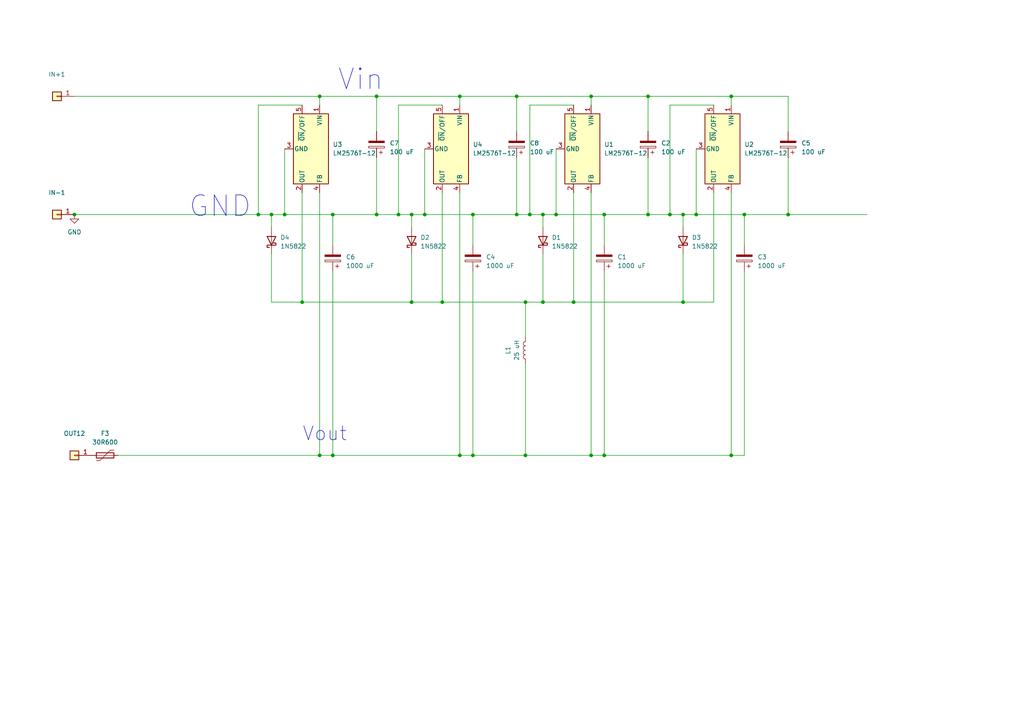
<source format=kicad_sch>
(kicad_sch (version 20230121) (generator eeschema)
  (paper "A4")
  (lib_symbols
    (symbol "Connector_Generic:Conn_01x01" (pin_names (offset 1.016) hide)
      (property "Reference" "J" (at 0 2.54 0))
      (property "Value" "Conn_01x01" (at 0 -2.54 0))
      (symbol "Conn_01x01_1_1"
        (rectangle (start -1.27 0.127) (end 0 -0.127) (stroke (width 0.1524)))
        (rectangle (start -1.27 1.27) (end 1.27 -1.27) (stroke (width 0.254)) (fill (type background)))
        (pin passive line (at -5.08 0 0) (length 3.81) (name "Pin_1") (number "1"))
      )
    )
    (symbol "Device:C_Polarized" (pin_numbers hide) (pin_names (offset 0.254))
      (property "Reference" "C" (at 0.635 2.54 0))
      (property "Value" "C_Polarized" (at 0.635 -2.54 0))
      (symbol "C_Polarized_0_1"
        (rectangle (start -2.286 0.508) (end 2.286 1.016))
        (polyline (pts (xy -1.778 2.286) (xy -0.762 2.286)))
        (polyline (pts (xy -1.27 2.794) (xy -1.27 1.778)))
        (rectangle (start 2.286 -0.508) (end -2.286 -1.016) (fill (type outline)))
      )
      (symbol "C_Polarized_1_1"
        (pin passive line (at 0 3.81 270) (length 2.794) (name "~") (number "1"))
        (pin passive line (at 0 -3.81 90) (length 2.794) (name "~") (number "2"))
      )
    )
    (symbol "Device:L" (pin_numbers hide) (pin_names (offset 1.016) hide)
      (property "Reference" "L" (at -1.27 0 90))
      (property "Value" "L" (at 1.905 0 90))
      (symbol "L_0_1"
        (arc (start 0 -2.54) (mid 0.6323 -1.905) (end 0 -1.27))
        (arc (start 0 -1.27) (mid 0.6323 -0.635) (end 0 0))
        (arc (start 0 0) (mid 0.6323 0.635) (end 0 1.27))
        (arc (start 0 1.27) (mid 0.6323 1.905) (end 0 2.54))
      )
      (symbol "L_1_1"
        (pin passive line (at 0 3.81 270) (length 1.27) (name "1") (number "1"))
        (pin passive line (at 0 -3.81 90) (length 1.27) (name "2") (number "2"))
      )
    )
    (symbol "Device:Polyfuse" (pin_numbers hide) (pin_names (offset 0))
      (property "Reference" "F" (at -2.54 0 90))
      (property "Value" "Polyfuse" (at 2.54 0 90))
      (symbol "Polyfuse_0_1"
        (rectangle (start -0.762 2.54) (end 0.762 -2.54) (stroke (width 0.254)))
        (polyline (pts (xy 0 2.54) (xy 0 -2.54)))
        (polyline (pts (xy -1.524 2.54) (xy -1.524 1.524) (xy 1.524 -1.524) (xy 1.524 -2.54)))
      )
      (symbol "Polyfuse_1_1"
        (pin passive line (at 0 3.81 270) (length 1.27) (name "~") (number "1"))
        (pin passive line (at 0 -3.81 90) (length 1.27) (name "~") (number "2"))
      )
    )
    (symbol "Diode:1N5822" (pin_numbers hide) (pin_names (offset 1.016) hide)
      (property "Reference" "D" (at 0 2.54 0))
      (property "Value" "1N5822" (at 0 -2.54 0))
      (symbol "1N5822_0_1"
        (polyline (pts (xy 1.27 0) (xy -1.27 0)))
        (polyline (pts (xy 1.27 1.27) (xy 1.27 -1.27) (xy -1.27 0) (xy 1.27 1.27)) (stroke (width 0.254)))
        (polyline (pts (xy -1.905 0.635) (xy -1.905 1.27) (xy -1.27 1.27) (xy -1.27 -1.27) (xy -0.635 -1.27) (xy -0.635 -0.635)) (stroke (width 0.254)))
      )
      (symbol "1N5822_1_1"
        (pin passive line (at -3.81 0 0) (length 2.54) (name "K") (number "1"))
        (pin passive line (at 3.81 0 180) (length 2.54) (name "A") (number "2"))
      )
    )
    (symbol "Regulator_Switching:LM2576T-5" (pin_names (offset 0.254))
      (property "Reference" "U" (at -10.16 6.35 0))
      (property "Value" "LM2576T-5" (at 0 6.35 0))
      (symbol "LM2576T-5_0_1"
        (rectangle (start -10.16 5.08) (end 10.16 -5.08) (stroke (width 0.254)) (fill (type background)))
      )
      (symbol "LM2576T-5_1_1"
        (pin power_in line (at -12.7 2.54 0) (length 2.54) (name "VIN") (number "1"))
        (pin output line (at 12.7 -2.54 180) (length 2.54) (name "OUT") (number "2"))
        (pin power_in line (at 0 -7.62 90) (length 2.54) (name "GND") (number "3"))
        (pin input line (at 12.7 2.54 180) (length 2.54) (name "FB") (number "4"))
        (pin input line (at -12.7 -2.54 0) (length 2.54) (name "~{ON}/OFF") (number "5"))
      )
    )
    (symbol "power:GND" (power) (pin_names (offset 0))
      (property "Value" "GND" (at 0 -3.81 0))
      (symbol "GND_0_1"
        (polyline (pts (xy 0 0) (xy 0 -1.27) (xy 1.27 -1.27) (xy 0 -2.54) (xy -1.27 -1.27) (xy 0 -1.27)))
      )
      (symbol "GND_1_1"
        (pin power_in line (at 0 0 270) (length 0) hide (name "GND") (number "1"))
      )
    )
  )
  (junction (at 128.27 87.63))
  (junction (at 152.4 132.08))
  (junction (at 201.93 62.23))
  (junction (at 109.22 62.23))
  (junction (at 92.71 27.94))
  (junction (at 92.71 132.08))
  (junction (at 161.29 62.23))
  (junction (at 115.57 62.23))
  (junction (at 198.12 62.23))
  (junction (at 198.12 87.63))
  (junction (at 157.48 62.23))
  (junction (at 74.93 62.23))
  (junction (at 215.9 62.23))
  (junction (at 157.48 87.63))
  (junction (at 166.37 87.63))
  (junction (at 109.22 27.94))
  (junction (at 137.16 132.08))
  (junction (at 187.96 62.23))
  (junction (at 228.6 62.23))
  (junction (at 119.38 62.23))
  (junction (at 133.35 27.94))
  (junction (at 82.55 62.23))
  (junction (at 137.16 62.23))
  (junction (at 171.45 132.08))
  (junction (at 87.63 87.63))
  (junction (at 212.09 27.94))
  (junction (at 119.38 87.63))
  (junction (at 171.45 27.94))
  (junction (at 123.19 62.23))
  (junction (at 96.52 132.08))
  (junction (at 194.31 62.23))
  (junction (at 152.4 87.63))
  (junction (at 149.86 27.94))
  (junction (at 175.26 62.23))
  (junction (at 21.59 62.23))
  (junction (at 78.74 62.23))
  (junction (at 212.09 132.08))
  (junction (at 96.52 62.23))
  (junction (at 133.35 132.08))
  (junction (at 153.67 62.23))
  (junction (at 149.86 62.23))
  (junction (at 175.26 132.08))
  (junction (at 187.96 27.94))
  (wire (pts (xy 119.38 62.23) (xy 119.38 66.04)))
  (wire (pts (xy 82.55 62.23) (xy 96.52 62.23)))
  (wire (pts (xy 137.16 62.23) (xy 137.16 71.12)))
  (wire (pts (xy 34.29 132.08) (xy 92.71 132.08)))
  (wire (pts (xy 228.6 45.72) (xy 228.6 62.23)))
  (wire (pts (xy 198.12 62.23) (xy 201.93 62.23)))
  (wire (pts (xy 175.26 62.23) (xy 175.26 71.12)))
  (wire (pts (xy 78.74 62.23) (xy 78.74 66.04)))
  (wire (pts (xy 149.86 27.94) (xy 149.86 38.1)))
  (wire (pts (xy 212.09 27.94) (xy 228.6 27.94)))
  (wire (pts (xy 187.96 27.94) (xy 212.09 27.94)))
  (wire (pts (xy 153.67 30.48) (xy 166.37 30.48)))
  (wire (pts (xy 109.22 27.94) (xy 109.22 38.1)))
  (wire (pts (xy 128.27 55.88) (xy 128.27 87.63)))
  (wire (pts (xy 207.01 55.88) (xy 207.01 87.63)))
  (wire (pts (xy 78.74 62.23) (xy 82.55 62.23)))
  (wire (pts (xy 96.52 62.23) (xy 96.52 71.12)))
  (wire (pts (xy 74.93 62.23) (xy 78.74 62.23)))
  (wire (pts (xy 133.35 55.88) (xy 133.35 132.08)))
  (wire (pts (xy 171.45 27.94) (xy 171.45 30.48)))
  (wire (pts (xy 123.19 62.23) (xy 137.16 62.23)))
  (wire (pts (xy 228.6 62.23) (xy 251.46 62.23)))
  (wire (pts (xy 96.52 78.74) (xy 96.52 132.08)))
  (wire (pts (xy 171.45 27.94) (xy 187.96 27.94)))
  (wire (pts (xy 212.09 27.94) (xy 212.09 30.48)))
  (wire (pts (xy 119.38 73.66) (xy 119.38 87.63)))
  (wire (pts (xy 133.35 27.94) (xy 149.86 27.94)))
  (wire (pts (xy 128.27 87.63) (xy 152.4 87.63)))
  (wire (pts (xy 171.45 55.88) (xy 171.45 132.08)))
  (wire (pts (xy 92.71 55.88) (xy 92.71 132.08)))
  (wire (pts (xy 109.22 62.23) (xy 115.57 62.23)))
  (wire (pts (xy 198.12 62.23) (xy 198.12 66.04)))
  (wire (pts (xy 166.37 55.88) (xy 166.37 87.63)))
  (wire (pts (xy 92.71 27.94) (xy 92.71 30.48)))
  (wire (pts (xy 87.63 87.63) (xy 119.38 87.63)))
  (wire (pts (xy 157.48 62.23) (xy 157.48 66.04)))
  (wire (pts (xy 212.09 132.08) (xy 215.9 132.08)))
  (wire (pts (xy 119.38 62.23) (xy 123.19 62.23)))
  (wire (pts (xy 149.86 62.23) (xy 153.67 62.23)))
  (wire (pts (xy 92.71 27.94) (xy 109.22 27.94)))
  (wire (pts (xy 115.57 62.23) (xy 119.38 62.23)))
  (wire (pts (xy 198.12 73.66) (xy 198.12 87.63)))
  (wire (pts (xy 198.12 87.63) (xy 207.01 87.63)))
  (wire (pts (xy 149.86 45.72) (xy 149.86 62.23)))
  (wire (pts (xy 149.86 27.94) (xy 171.45 27.94)))
  (wire (pts (xy 157.48 87.63) (xy 166.37 87.63)))
  (wire (pts (xy 187.96 27.94) (xy 187.96 38.1)))
  (wire (pts (xy 96.52 62.23) (xy 109.22 62.23)))
  (wire (pts (xy 152.4 105.41) (xy 152.4 132.08)))
  (wire (pts (xy 228.6 27.94) (xy 228.6 38.1)))
  (wire (pts (xy 74.93 30.48) (xy 87.63 30.48)))
  (wire (pts (xy 109.22 45.72) (xy 109.22 62.23)))
  (wire (pts (xy 161.29 62.23) (xy 175.26 62.23)))
  (wire (pts (xy 201.93 62.23) (xy 215.9 62.23)))
  (wire (pts (xy 175.26 132.08) (xy 212.09 132.08)))
  (wire (pts (xy 187.96 45.72) (xy 187.96 62.23)))
  (wire (pts (xy 78.74 73.66) (xy 78.74 87.63)))
  (wire (pts (xy 157.48 62.23) (xy 161.29 62.23)))
  (wire (pts (xy 166.37 87.63) (xy 198.12 87.63)))
  (wire (pts (xy 171.45 132.08) (xy 175.26 132.08)))
  (wire (pts (xy 115.57 30.48) (xy 128.27 30.48)))
  (wire (pts (xy 187.96 62.23) (xy 194.31 62.23)))
  (wire (pts (xy 78.74 87.63) (xy 87.63 87.63)))
  (wire (pts (xy 215.9 62.23) (xy 228.6 62.23)))
  (wire (pts (xy 115.57 30.48) (xy 115.57 62.23)))
  (wire (pts (xy 153.67 62.23) (xy 157.48 62.23)))
  (wire (pts (xy 161.29 43.18) (xy 161.29 62.23)))
  (wire (pts (xy 82.55 43.18) (xy 82.55 62.23)))
  (wire (pts (xy 215.9 62.23) (xy 215.9 71.12)))
  (wire (pts (xy 21.59 62.23) (xy 74.93 62.23)))
  (wire (pts (xy 212.09 55.88) (xy 212.09 132.08)))
  (wire (pts (xy 137.16 132.08) (xy 152.4 132.08)))
  (wire (pts (xy 92.71 132.08) (xy 96.52 132.08)))
  (wire (pts (xy 96.52 132.08) (xy 133.35 132.08)))
  (wire (pts (xy 137.16 78.74) (xy 137.16 132.08)))
  (wire (pts (xy 119.38 87.63) (xy 128.27 87.63)))
  (wire (pts (xy 194.31 62.23) (xy 198.12 62.23)))
  (wire (pts (xy 153.67 30.48) (xy 153.67 62.23)))
  (wire (pts (xy 175.26 62.23) (xy 187.96 62.23)))
  (wire (pts (xy 194.31 30.48) (xy 194.31 62.23)))
  (wire (pts (xy 133.35 27.94) (xy 133.35 30.48)))
  (wire (pts (xy 137.16 62.23) (xy 149.86 62.23)))
  (wire (pts (xy 152.4 132.08) (xy 171.45 132.08)))
  (wire (pts (xy 201.93 43.18) (xy 201.93 62.23)))
  (wire (pts (xy 87.63 55.88) (xy 87.63 87.63)))
  (wire (pts (xy 175.26 78.74) (xy 175.26 132.08)))
  (wire (pts (xy 123.19 43.18) (xy 123.19 62.23)))
  (wire (pts (xy 194.31 30.48) (xy 207.01 30.48)))
  (wire (pts (xy 152.4 87.63) (xy 157.48 87.63)))
  (wire (pts (xy 152.4 87.63) (xy 152.4 97.79)))
  (wire (pts (xy 215.9 78.74) (xy 215.9 132.08)))
  (wire (pts (xy 109.22 27.94) (xy 133.35 27.94)))
  (wire (pts (xy 74.93 30.48) (xy 74.93 62.23)))
  (wire (pts (xy 157.48 73.66) (xy 157.48 87.63)))
  (wire (pts (xy 21.59 27.94) (xy 92.71 27.94)))
  (wire (pts (xy 133.35 132.08) (xy 137.16 132.08)))
  (text "Vin" (at 97.79 26.67 0) (effects (font (size 6 6)) (justify left bottom)))
  (text "Vout" (at 87.63 128.27 0) (effects (font (size 4 4)) (justify left bottom)))
  (text "GND" (at 54.61 63.5 0) (effects (font (size 6 6)) (justify left bottom)))
  (symbol (lib_id "Device:C_Polarized") (at 175.26 74.93 180) (unit 1)
    (property "Reference" "C1" (at 179.07 74.549 0) (effects (justify right)))
    (property "Value" "1000 uF" (at 179.07 77.089 0) (effects (justify right)))
    (property "Footprint" "Capacitor_THT:CP_Radial_D10.0mm_P5.00mm" (effects hide))
    (property "Datasheet" "https://lomex.hu/pdf/(tea)_tc.pdf" (effects hide))
    (property "part" "KTC108M025S1G6H20K" (effects hide))
  )
  (symbol (lib_id "Connector_Generic:Conn_01x01") (at 21.59 132.08 180) (unit 1)
    (property "Reference" "OUT12" (at 21.59 125.73 0))
    (property "Value" "Conn_01x01" (effects hide))
    (property "Footprint" "TestPoint:TestPoint_THTPad_4.0x4.0mm_Drill2.0mm" (effects hide))
  )
  (symbol (lib_id "Regulator_Switching:LM2576T-5") (at 209.55 43.18 270) (unit 1)
    (property "Reference" "U2" (at 215.9 41.91 90) (effects (justify left)))
    (property "Value" "LM2576T-12" (at 215.9 44.45 90) (effects (justify left)))
    (property "Footprint" "Package_TO_SOT_THT:TO-220-5_Horizontal_TabUp" (effects hide))
    (property "Datasheet" "http://www.ti.com/lit/ds/symlink/lm2576.pdf" (effects hide))
  )
  (symbol (lib_id "Device:C_Polarized") (at 109.22 41.91 180) (unit 1)
    (property "Reference" "C7" (at 113.03 41.529 0) (effects (justify right)))
    (property "Value" "100 uF" (at 113.03 44.069 0) (effects (justify right)))
    (property "Footprint" "Capacitor_THT:CP_Radial_D10.0mm_P5.00mm" (effects hide))
    (property "Datasheet" "https://lomex.hu/pdf/(tea)_tc.pdf" (effects hide))
    (property "part" "KTC108M025S1G6H20K" (effects hide))
  )
  (symbol (lib_id "Connector_Generic:Conn_01x01") (at 16.51 62.23 180) (unit 1)
    (property "Reference" "IN-1" (at 16.51 55.88 0))
    (property "Value" "Conn_01x01" (effects hide))
    (property "Footprint" "TestPoint:TestPoint_THTPad_4.0x4.0mm_Drill2.0mm" (effects hide))
    (property "Sim.Device" "V" (effects hide))
    (property "Sim.Type" "DC" (effects hide))
    (property "Sim.Pins" "1=+" (effects hide))
    (property "Sim.Params" "dc=0" (effects hide))
  )
  (symbol (lib_id "Device:C_Polarized") (at 187.96 41.91 180) (unit 1)
    (property "Reference" "C2" (at 191.77 41.529 0) (effects (justify right)))
    (property "Value" "100 uF" (at 191.77 44.069 0) (effects (justify right)))
    (property "Footprint" "Capacitor_THT:CP_Radial_D10.0mm_P5.00mm" (effects hide))
    (property "Datasheet" "https://lomex.hu/pdf/(tea)_tc.pdf" (effects hide))
    (property "part" "KTC108M025S1G6H20K" (effects hide))
  )
  (symbol (lib_id "Connector_Generic:Conn_01x01") (at 16.51 27.94 180) (unit 1)
    (property "Reference" "IN+1" (at 16.51 21.59 0))
    (property "Value" "Conn_01x01" (effects hide))
    (property "Footprint" "TestPoint:TestPoint_THTPad_4.0x4.0mm_Drill2.0mm" (effects hide))
    (property "Sim.Device" "V" (effects hide))
    (property "Sim.Type" "DC" (effects hide))
    (property "Sim.Pins" "1=+" (effects hide))
    (property "Sim.Params" "dc=18" (effects hide))
  )
  (symbol (lib_id "Device:C_Polarized") (at 215.9 74.93 180) (unit 1)
    (property "Reference" "C3" (at 219.71 74.549 0) (effects (justify right)))
    (property "Value" "1000 uF" (at 219.71 77.089 0) (effects (justify right)))
    (property "Footprint" "Capacitor_THT:CP_Radial_D10.0mm_P5.00mm" (effects hide))
    (property "Datasheet" "https://lomex.hu/pdf/(tea)_tc.pdf" (effects hide))
    (property "part" "KTC108M025S1G6H20K" (effects hide))
  )
  (symbol (lib_id "Diode:1N5822") (at 119.38 69.85 90) (unit 1)
    (property "Reference" "D2" (at 121.92 68.8975 90) (effects (justify right)))
    (property "Value" "1N5822" (at 121.92 71.4375 90) (effects (justify right)))
    (property "Footprint" "Diode_THT:D_DO-201AD_P15.24mm_Horizontal" (effects hide))
    (property "Datasheet" "http://www.vishay.com/docs/88526/1n5820.pdf" (effects hide))
  )
  (symbol (lib_id "Diode:1N5822") (at 198.12 69.85 90) (unit 1)
    (property "Reference" "D3" (at 200.66 68.8975 90) (effects (justify right)))
    (property "Value" "1N5822" (at 200.66 71.4375 90) (effects (justify right)))
    (property "Footprint" "Diode_THT:D_DO-201AD_P15.24mm_Horizontal" (effects hide))
    (property "Datasheet" "http://www.vishay.com/docs/88526/1n5820.pdf" (effects hide))
  )
  (symbol (lib_id "Regulator_Switching:LM2576T-5") (at 130.81 43.18 270) (unit 1)
    (property "Reference" "U4" (at 137.16 41.91 90) (effects (justify left)))
    (property "Value" "LM2576T-12" (at 137.16 44.45 90) (effects (justify left)))
    (property "Footprint" "Package_TO_SOT_THT:TO-220-5_Horizontal_TabUp" (effects hide))
    (property "Datasheet" "http://www.ti.com/lit/ds/symlink/lm2576.pdf" (effects hide))
  )
  (symbol (lib_id "Device:C_Polarized") (at 137.16 74.93 180) (unit 1)
    (property "Reference" "C4" (at 140.97 74.549 0) (effects (justify right)))
    (property "Value" "1000 uF" (at 140.97 77.089 0) (effects (justify right)))
    (property "Footprint" "Capacitor_THT:CP_Radial_D10.0mm_P5.00mm" (effects hide))
    (property "Datasheet" "https://lomex.hu/pdf/(tea)_tc.pdf" (effects hide))
    (property "part" "KTC108M025S1G6H20K" (effects hide))
  )
  (symbol (lib_id "power:GND") (at 21.59 62.23 0) (unit 1)
    (property "Reference" "#PWR01" (effects hide))
    (property "Value" "GND" (at 21.59 67.31 0))
  )
  (symbol (lib_id "Device:Polyfuse") (at 30.48 132.08 90) (unit 1)
    (property "Reference" "F3" (at 30.48 125.73 90))
    (property "Value" "30R600" (at 30.48 128.27 90))
    (property "Footprint" "Library:CAPRB1000W55L1500T500H1900" (effects hide))
    (property "Datasheet" "https://lomex.hu/pdf/(lfs)_30r.pdf" (effects hide))
  )
  (symbol (lib_id "Diode:1N5822") (at 157.48 69.85 90) (unit 1)
    (property "Reference" "D1" (at 160.02 68.8975 90) (effects (justify right)))
    (property "Value" "1N5822" (at 160.02 71.4375 90) (effects (justify right)))
    (property "Footprint" "Diode_THT:D_DO-201AD_P15.24mm_Horizontal" (effects hide))
    (property "Datasheet" "http://www.vishay.com/docs/88526/1n5820.pdf" (effects hide))
  )
  (symbol (lib_id "Device:C_Polarized") (at 96.52 74.93 180) (unit 1)
    (property "Reference" "C6" (at 100.33 74.549 0) (effects (justify right)))
    (property "Value" "1000 uF" (at 100.33 77.089 0) (effects (justify right)))
    (property "Footprint" "Capacitor_THT:CP_Radial_D10.0mm_P5.00mm" (effects hide))
    (property "Datasheet" "https://lomex.hu/pdf/(tea)_tc.pdf" (effects hide))
    (property "part" "KTC108M025S1G6H20K" (effects hide))
  )
  (symbol (lib_id "Regulator_Switching:LM2576T-5") (at 168.91 43.18 270) (unit 1)
    (property "Reference" "U1" (at 175.26 41.91 90) (effects (justify left)))
    (property "Value" "LM2576T-12" (at 175.26 44.45 90) (effects (justify left)))
    (property "Footprint" "Package_TO_SOT_THT:TO-220-5_Horizontal_TabUp" (effects hide))
    (property "Datasheet" "http://www.ti.com/lit/ds/symlink/lm2576.pdf" (effects hide))
  )
  (symbol (lib_id "Device:C_Polarized") (at 149.86 41.91 180) (unit 1)
    (property "Reference" "C8" (at 153.67 41.529 0) (effects (justify right)))
    (property "Value" "100 uF" (at 153.67 44.069 0) (effects (justify right)))
    (property "Footprint" "Capacitor_THT:CP_Radial_D10.0mm_P5.00mm" (effects hide))
    (property "Datasheet" "https://lomex.hu/pdf/(tea)_tc.pdf" (effects hide))
    (property "part" "KTC108M025S1G6H20K" (effects hide))
  )
  (symbol (lib_id "Regulator_Switching:LM2576T-5") (at 90.17 43.18 270) (unit 1)
    (property "Reference" "U3" (at 96.52 41.91 90) (effects (justify left)))
    (property "Value" "LM2576T-12" (at 96.52 44.45 90) (effects (justify left)))
    (property "Footprint" "Package_TO_SOT_THT:TO-220-5_Horizontal_TabUp" (effects hide))
    (property "Datasheet" "http://www.ti.com/lit/ds/symlink/lm2576.pdf" (effects hide))
  )
  (symbol (lib_id "Diode:1N5822") (at 78.74 69.85 90) (unit 1)
    (property "Reference" "D4" (at 81.28 68.8975 90) (effects (justify right)))
    (property "Value" "1N5822" (at 81.28 71.4375 90) (effects (justify right)))
    (property "Footprint" "Diode_THT:D_DO-201AD_P15.24mm_Horizontal" (effects hide))
    (property "Datasheet" "http://www.vishay.com/docs/88526/1n5820.pdf" (effects hide))
  )
  (symbol (lib_id "Device:L") (at 152.4 101.6 180) (unit 1)
    (property "Reference" "L1" (at 147.32 101.6 90))
    (property "Value" "25 uH" (at 149.86 101.6 90))
    (property "Footprint" "Inductor_THT:L_Toroid_Horizontal_D12.7mm_P20.00mm_Diameter14-5mm_Amidon-T50" (effects hide))
    (property "Datasheet" "https://lomex.hu/pdf/vik/(vik)_pd_series.pdf" (effects hide))
    (property "part" "PD5022T101" (effects hide))
  )
  (symbol (lib_id "Device:C_Polarized") (at 228.6 41.91 180) (unit 1)
    (property "Reference" "C5" (at 232.41 41.529 0) (effects (justify right)))
    (property "Value" "100 uF" (at 232.41 44.069 0) (effects (justify right)))
    (property "Footprint" "Capacitor_THT:CP_Radial_D10.0mm_P5.00mm" (effects hide))
    (property "Datasheet" "https://lomex.hu/pdf/(tea)_tc.pdf" (effects hide))
    (property "part" "KTC108M025S1G6H20K" (effects hide))
  )
)
</source>
